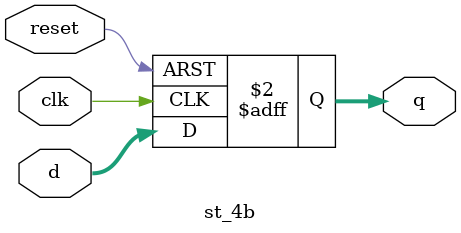
<source format=v>
module st_4b(clk,reset,d,q);   //module declaration
input clk;              //clock signal
input reset;            //reset signal
input [3:0] d;          //4-bit data input
output reg [3:0] q;      //4-bit data output
always @(posedge clk or posedge reset) 
begin
if (reset) 
q <= 4'b0000;       
else 
q <= d;            
end
endmodule    //end of the module

</source>
